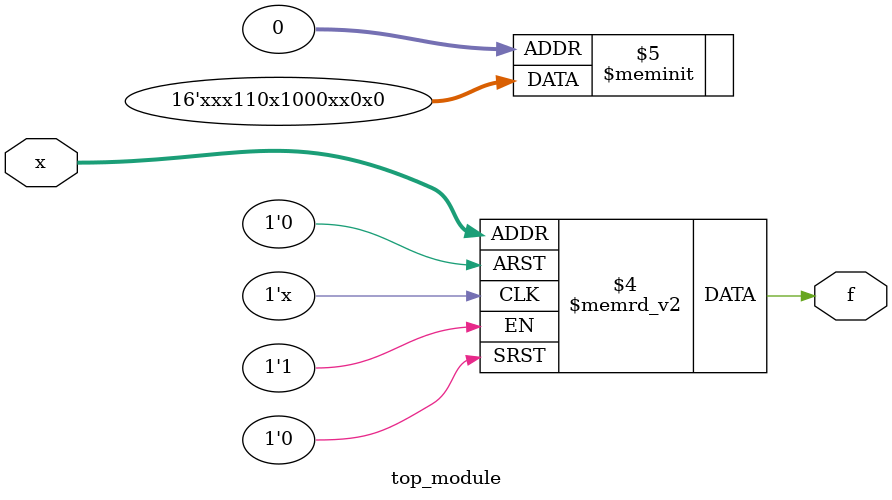
<source format=sv>
module top_module (
    input [4:1] x,
    output logic f
);

always_comb begin
    case (x)
        4'b0000: f = 1'b0;
        4'b0001: f = 1'bx;
        4'b0010: f = 1'b0;
        4'b0011: f = 1'bx;
        4'b0100: f = 1'bx;
        4'b0101: f = 1'b0;
        4'b0110: f = 1'b0;
        4'b0111: f = 1'b0;
        4'b1000: f = 1'b1;
        4'b1001: f = 1'bx;
        4'b1010: f = 1'b0;
        4'b1011: f = 1'b1;
        4'b1100: f = 1'b1;
        4'b1101: f = 1'bx;
        4'b1110: f = 1'bx;
        4'b1111: f = 1'bx;
    endcase
end

endmodule

</source>
